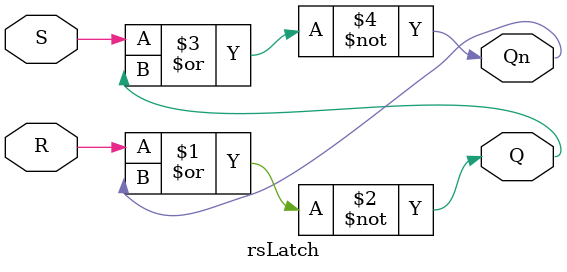
<source format=v>
`timescale 1ns / 1ps
module rsLatch(
    input R,
    input S,
    output Q,
    output Qn
    );
	 
	 assign Q = ~(R|Qn);
	 assign Qn = ~(S|Q);

endmodule

</source>
